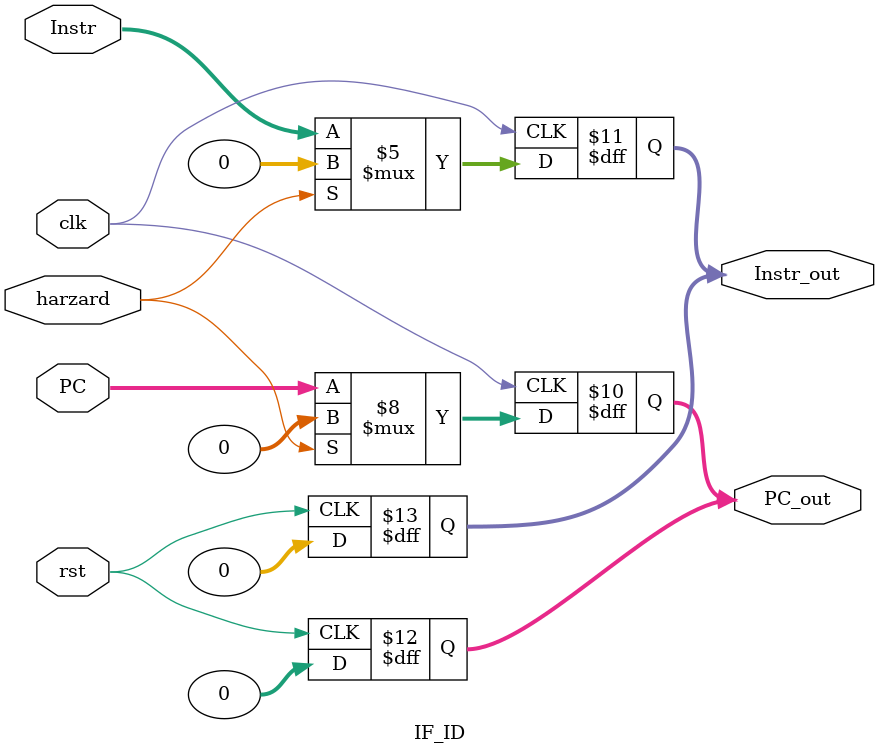
<source format=v>
module IF_ID(clk, rst, PC, Instr, harzard, PC_out, Instr_out);

input clk;
input rst;
input[31: 0] PC;
input[31: 0] Instr;
input harzard;
output reg[31: 0] PC_out;
output reg[31: 0] Instr_out;

initial
    begin
    PC_out <= 0;
    Instr_out <= 0;
    end

always @(posedge rst)
    begin
    PC_out <= 0;
    Instr_out <= 0;
    end

always @(posedge clk)
  if (harzard)
      begin
      PC_out = 0;
      Instr_out = 0;
      end
  else
      begin
      PC_out = PC;
      Instr_out = Instr;
      end

endmodule

</source>
